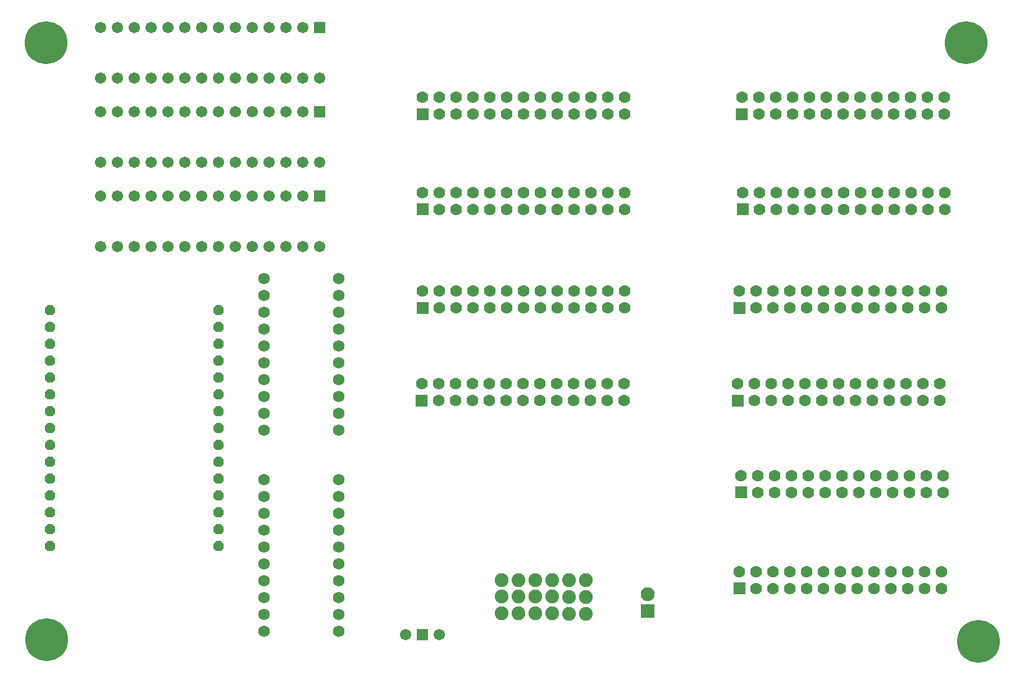
<source format=gbs>
G04 Layer: BottomSolderMaskLayer*
G04 EasyEDA v6.3.22, 2020-03-25T13:14:10--4:00*
G04 1574771aa074462d83633fc8b9922ba8,dfa15b47affc40b8846523cd8aea0214,10*
G04 Gerber Generator version 0.2*
G04 Scale: 100 percent, Rotated: No, Reflected: No *
G04 Dimensions in inches *
G04 leading zeros omitted , absolute positions ,2 integer and 4 decimal *
%FSLAX24Y24*%
%MOIN*%
G90*
G70D02*

%ADD29C,0.068000*%
%ADD30C,0.067000*%
%ADD32C,0.067055*%
%ADD34C,0.070000*%
%ADD36C,0.254063*%
%ADD37R,0.082803X0.082803*%
%ADD38C,0.082803*%
%ADD39C,0.082000*%

%LPD*%
G54D29*
G01X14950Y11550D03*
G01X14950Y10550D03*
G01X14950Y9550D03*
G01X14950Y8550D03*
G01X14950Y7550D03*
G01X14950Y6550D03*
G01X14950Y5550D03*
G01X14950Y4550D03*
G01X14950Y3550D03*
G01X14950Y2550D03*
G01X19375Y11550D03*
G01X19375Y10550D03*
G01X19375Y9550D03*
G01X19375Y8550D03*
G01X19375Y7550D03*
G01X19375Y6550D03*
G01X19375Y5550D03*
G01X19375Y4550D03*
G01X19375Y3550D03*
G01X19375Y2550D03*
G01X14950Y23500D03*
G01X14950Y22500D03*
G01X14950Y21500D03*
G01X14950Y20500D03*
G01X14950Y19500D03*
G01X14950Y18500D03*
G01X14950Y17500D03*
G01X14950Y16500D03*
G01X14950Y15500D03*
G01X14950Y14500D03*
G01X19375Y23500D03*
G01X19375Y22500D03*
G01X19375Y21500D03*
G01X19375Y20500D03*
G01X19375Y19500D03*
G01X19375Y18500D03*
G01X19375Y17500D03*
G01X19375Y16500D03*
G01X19375Y15500D03*
G01X19375Y14500D03*
G54D30*
G01X23350Y2350D03*
G36*
G01X24014Y2015D02*
G01X24014Y2684D01*
G01X24685Y2684D01*
G01X24685Y2015D01*
G01X24014Y2015D01*
G37*
G01X25350Y2350D03*
G36*
G01X2132Y21307D02*
G01X1957Y21482D01*
G01X1957Y21730D01*
G01X2132Y21905D01*
G01X2378Y21905D01*
G01X2553Y21730D01*
G01X2553Y21482D01*
G01X2378Y21307D01*
G01X2132Y21307D01*
G37*
G36*
G01X2132Y20307D02*
G01X1957Y20482D01*
G01X1957Y20730D01*
G01X2132Y20905D01*
G01X2378Y20905D01*
G01X2553Y20730D01*
G01X2553Y20482D01*
G01X2378Y20307D01*
G01X2132Y20307D01*
G37*
G36*
G01X2132Y19307D02*
G01X1957Y19482D01*
G01X1957Y19730D01*
G01X2132Y19905D01*
G01X2378Y19905D01*
G01X2553Y19730D01*
G01X2553Y19482D01*
G01X2378Y19307D01*
G01X2132Y19307D01*
G37*
G36*
G01X2132Y18307D02*
G01X1957Y18482D01*
G01X1957Y18730D01*
G01X2132Y18905D01*
G01X2378Y18905D01*
G01X2553Y18730D01*
G01X2553Y18482D01*
G01X2378Y18307D01*
G01X2132Y18307D01*
G37*
G36*
G01X2132Y17307D02*
G01X1957Y17482D01*
G01X1957Y17730D01*
G01X2132Y17905D01*
G01X2378Y17905D01*
G01X2553Y17730D01*
G01X2553Y17482D01*
G01X2378Y17307D01*
G01X2132Y17307D01*
G37*
G36*
G01X2132Y16307D02*
G01X1957Y16482D01*
G01X1957Y16730D01*
G01X2132Y16905D01*
G01X2378Y16905D01*
G01X2553Y16730D01*
G01X2553Y16482D01*
G01X2378Y16307D01*
G01X2132Y16307D01*
G37*
G36*
G01X2132Y15307D02*
G01X1957Y15482D01*
G01X1957Y15730D01*
G01X2132Y15905D01*
G01X2378Y15905D01*
G01X2553Y15730D01*
G01X2553Y15482D01*
G01X2378Y15307D01*
G01X2132Y15307D01*
G37*
G36*
G01X2132Y14307D02*
G01X1957Y14482D01*
G01X1957Y14730D01*
G01X2132Y14905D01*
G01X2378Y14905D01*
G01X2553Y14730D01*
G01X2553Y14482D01*
G01X2378Y14307D01*
G01X2132Y14307D01*
G37*
G36*
G01X2132Y13307D02*
G01X1957Y13482D01*
G01X1957Y13730D01*
G01X2132Y13905D01*
G01X2378Y13905D01*
G01X2553Y13730D01*
G01X2553Y13482D01*
G01X2378Y13307D01*
G01X2132Y13307D01*
G37*
G36*
G01X2132Y12307D02*
G01X1957Y12482D01*
G01X1957Y12730D01*
G01X2132Y12905D01*
G01X2378Y12905D01*
G01X2553Y12730D01*
G01X2553Y12482D01*
G01X2378Y12307D01*
G01X2132Y12307D01*
G37*
G36*
G01X2132Y11307D02*
G01X1957Y11482D01*
G01X1957Y11730D01*
G01X2132Y11905D01*
G01X2378Y11905D01*
G01X2553Y11730D01*
G01X2553Y11482D01*
G01X2378Y11307D01*
G01X2132Y11307D01*
G37*
G36*
G01X2132Y10307D02*
G01X1957Y10482D01*
G01X1957Y10730D01*
G01X2132Y10905D01*
G01X2378Y10905D01*
G01X2553Y10730D01*
G01X2553Y10482D01*
G01X2378Y10307D01*
G01X2132Y10307D01*
G37*
G36*
G01X2132Y9307D02*
G01X1957Y9482D01*
G01X1957Y9730D01*
G01X2132Y9905D01*
G01X2378Y9905D01*
G01X2553Y9730D01*
G01X2553Y9482D01*
G01X2378Y9307D01*
G01X2132Y9307D01*
G37*
G36*
G01X2132Y8307D02*
G01X1957Y8482D01*
G01X1957Y8730D01*
G01X2132Y8905D01*
G01X2378Y8905D01*
G01X2553Y8730D01*
G01X2553Y8482D01*
G01X2378Y8307D01*
G01X2132Y8307D01*
G37*
G36*
G01X2132Y7307D02*
G01X1957Y7482D01*
G01X1957Y7730D01*
G01X2132Y7905D01*
G01X2378Y7905D01*
G01X2553Y7730D01*
G01X2553Y7482D01*
G01X2378Y7307D01*
G01X2132Y7307D01*
G37*
G36*
G01X12131Y21307D02*
G01X11956Y21482D01*
G01X11956Y21730D01*
G01X12131Y21905D01*
G01X12378Y21905D01*
G01X12553Y21730D01*
G01X12553Y21482D01*
G01X12378Y21307D01*
G01X12131Y21307D01*
G37*
G36*
G01X12131Y20307D02*
G01X11956Y20482D01*
G01X11956Y20730D01*
G01X12131Y20905D01*
G01X12378Y20905D01*
G01X12553Y20730D01*
G01X12553Y20482D01*
G01X12378Y20307D01*
G01X12131Y20307D01*
G37*
G36*
G01X12131Y19307D02*
G01X11956Y19482D01*
G01X11956Y19730D01*
G01X12131Y19905D01*
G01X12378Y19905D01*
G01X12553Y19730D01*
G01X12553Y19482D01*
G01X12378Y19307D01*
G01X12131Y19307D01*
G37*
G36*
G01X12131Y18307D02*
G01X11956Y18482D01*
G01X11956Y18730D01*
G01X12131Y18905D01*
G01X12378Y18905D01*
G01X12553Y18730D01*
G01X12553Y18482D01*
G01X12378Y18307D01*
G01X12131Y18307D01*
G37*
G36*
G01X12131Y17307D02*
G01X11956Y17482D01*
G01X11956Y17730D01*
G01X12131Y17905D01*
G01X12378Y17905D01*
G01X12553Y17730D01*
G01X12553Y17482D01*
G01X12378Y17307D01*
G01X12131Y17307D01*
G37*
G36*
G01X12131Y16307D02*
G01X11956Y16482D01*
G01X11956Y16730D01*
G01X12131Y16905D01*
G01X12378Y16905D01*
G01X12553Y16730D01*
G01X12553Y16482D01*
G01X12378Y16307D01*
G01X12131Y16307D01*
G37*
G36*
G01X12131Y15307D02*
G01X11956Y15482D01*
G01X11956Y15730D01*
G01X12131Y15905D01*
G01X12378Y15905D01*
G01X12553Y15730D01*
G01X12553Y15482D01*
G01X12378Y15307D01*
G01X12131Y15307D01*
G37*
G36*
G01X12131Y14307D02*
G01X11956Y14482D01*
G01X11956Y14730D01*
G01X12131Y14905D01*
G01X12378Y14905D01*
G01X12553Y14730D01*
G01X12553Y14482D01*
G01X12378Y14307D01*
G01X12131Y14307D01*
G37*
G36*
G01X12131Y13307D02*
G01X11956Y13482D01*
G01X11956Y13730D01*
G01X12131Y13905D01*
G01X12378Y13905D01*
G01X12553Y13730D01*
G01X12553Y13482D01*
G01X12378Y13307D01*
G01X12131Y13307D01*
G37*
G36*
G01X12131Y12307D02*
G01X11956Y12482D01*
G01X11956Y12730D01*
G01X12131Y12905D01*
G01X12378Y12905D01*
G01X12553Y12730D01*
G01X12553Y12482D01*
G01X12378Y12307D01*
G01X12131Y12307D01*
G37*
G36*
G01X12131Y11307D02*
G01X11956Y11482D01*
G01X11956Y11730D01*
G01X12131Y11905D01*
G01X12378Y11905D01*
G01X12553Y11730D01*
G01X12553Y11482D01*
G01X12378Y11307D01*
G01X12131Y11307D01*
G37*
G36*
G01X12131Y10307D02*
G01X11956Y10482D01*
G01X11956Y10730D01*
G01X12131Y10905D01*
G01X12378Y10905D01*
G01X12553Y10730D01*
G01X12553Y10482D01*
G01X12378Y10307D01*
G01X12131Y10307D01*
G37*
G36*
G01X12131Y9307D02*
G01X11956Y9482D01*
G01X11956Y9730D01*
G01X12131Y9905D01*
G01X12378Y9905D01*
G01X12553Y9730D01*
G01X12553Y9482D01*
G01X12378Y9307D01*
G01X12131Y9307D01*
G37*
G36*
G01X12131Y8307D02*
G01X11956Y8482D01*
G01X11956Y8730D01*
G01X12131Y8905D01*
G01X12378Y8905D01*
G01X12553Y8730D01*
G01X12553Y8482D01*
G01X12378Y8307D01*
G01X12131Y8307D01*
G37*
G36*
G01X12131Y7307D02*
G01X11956Y7482D01*
G01X11956Y7730D01*
G01X12131Y7905D01*
G01X12378Y7905D01*
G01X12553Y7730D01*
G01X12553Y7482D01*
G01X12378Y7307D01*
G01X12131Y7307D01*
G37*
G54D32*
G01X5250Y30400D03*
G01X6250Y30400D03*
G01X7250Y30400D03*
G01X8250Y30400D03*
G01X9250Y30400D03*
G01X10250Y30400D03*
G01X11250Y30400D03*
G01X12250Y30400D03*
G01X13250Y30400D03*
G01X14250Y30400D03*
G01X15250Y30400D03*
G01X16250Y30400D03*
G01X17250Y30400D03*
G01X18250Y30400D03*
G01X5250Y33400D03*
G01X6250Y33400D03*
G01X7250Y33400D03*
G01X8250Y33400D03*
G01X9250Y33400D03*
G01X10250Y33400D03*
G01X11250Y33400D03*
G01X12250Y33400D03*
G01X13250Y33400D03*
G01X14250Y33400D03*
G01X15250Y33400D03*
G01X16250Y33400D03*
G01X17250Y33400D03*
G36*
G01X17914Y33065D02*
G01X17914Y33734D01*
G01X18585Y33734D01*
G01X18585Y33065D01*
G01X17914Y33065D01*
G37*
G01X5250Y25400D03*
G01X6250Y25400D03*
G01X7250Y25400D03*
G01X8250Y25400D03*
G01X9250Y25400D03*
G01X10250Y25400D03*
G01X11250Y25400D03*
G01X12250Y25400D03*
G01X13250Y25400D03*
G01X14250Y25400D03*
G01X15250Y25400D03*
G01X16250Y25400D03*
G01X17250Y25400D03*
G01X18250Y25400D03*
G01X5250Y28400D03*
G01X6250Y28400D03*
G01X7250Y28400D03*
G01X8250Y28400D03*
G01X9250Y28400D03*
G01X10250Y28400D03*
G01X11250Y28400D03*
G01X12250Y28400D03*
G01X13250Y28400D03*
G01X14250Y28400D03*
G01X15250Y28400D03*
G01X16250Y28400D03*
G01X17250Y28400D03*
G36*
G01X17914Y28065D02*
G01X17914Y28734D01*
G01X18585Y28734D01*
G01X18585Y28065D01*
G01X17914Y28065D01*
G37*
G01X5250Y35400D03*
G01X6250Y35400D03*
G01X7250Y35400D03*
G01X8250Y35400D03*
G01X9250Y35400D03*
G01X10250Y35400D03*
G01X11250Y35400D03*
G01X12250Y35400D03*
G01X13250Y35400D03*
G01X14250Y35400D03*
G01X15250Y35400D03*
G01X16250Y35400D03*
G01X17250Y35400D03*
G01X18250Y35400D03*
G01X5250Y38400D03*
G01X6250Y38400D03*
G01X7250Y38400D03*
G01X8250Y38400D03*
G01X9250Y38400D03*
G01X10250Y38400D03*
G01X11250Y38400D03*
G01X12250Y38400D03*
G01X13250Y38400D03*
G01X14250Y38400D03*
G01X15250Y38400D03*
G01X16250Y38400D03*
G01X17250Y38400D03*
G36*
G01X17914Y38065D02*
G01X17914Y38734D01*
G01X18585Y38734D01*
G01X18585Y38065D01*
G01X17914Y38065D01*
G37*
G54D34*
G01X55300Y34250D03*
G01X55300Y33250D03*
G01X54300Y34250D03*
G01X54300Y33250D03*
G01X53300Y34250D03*
G01X53300Y33250D03*
G01X52300Y34250D03*
G01X52300Y33250D03*
G01X51300Y34250D03*
G01X51300Y33250D03*
G01X50300Y34250D03*
G01X50300Y33250D03*
G01X49300Y34250D03*
G01X49300Y33250D03*
G01X48300Y34250D03*
G01X48300Y33250D03*
G01X47300Y34250D03*
G01X47300Y33250D03*
G01X46300Y34250D03*
G01X46300Y33250D03*
G01X45300Y34250D03*
G01X45300Y33250D03*
G01X44300Y34250D03*
G01X44300Y33250D03*
G01X43300Y34250D03*
G36*
G01X42950Y32900D02*
G01X42950Y33600D01*
G01X43650Y33600D01*
G01X43650Y32900D01*
G01X42950Y32900D01*
G37*
G01X55350Y28600D03*
G01X55350Y27600D03*
G01X54350Y28600D03*
G01X54350Y27600D03*
G01X53350Y28600D03*
G01X53350Y27600D03*
G01X52350Y28600D03*
G01X52350Y27600D03*
G01X51350Y28600D03*
G01X51350Y27600D03*
G01X50350Y28600D03*
G01X50350Y27600D03*
G01X49350Y28600D03*
G01X49350Y27600D03*
G01X48350Y28600D03*
G01X48350Y27600D03*
G01X47350Y28600D03*
G01X47350Y27600D03*
G01X46350Y28600D03*
G01X46350Y27600D03*
G01X45350Y28600D03*
G01X45350Y27600D03*
G01X44350Y28600D03*
G01X44350Y27600D03*
G01X43350Y28600D03*
G36*
G01X43000Y27250D02*
G01X43000Y27950D01*
G01X43700Y27950D01*
G01X43700Y27250D01*
G01X43000Y27250D01*
G37*
G01X55150Y22750D03*
G01X55150Y21750D03*
G01X54150Y22750D03*
G01X54150Y21750D03*
G01X53150Y22750D03*
G01X53150Y21750D03*
G01X52150Y22750D03*
G01X52150Y21750D03*
G01X51150Y22750D03*
G01X51150Y21750D03*
G01X50150Y22750D03*
G01X50150Y21750D03*
G01X49150Y22750D03*
G01X49150Y21750D03*
G01X48150Y22750D03*
G01X48150Y21750D03*
G01X47150Y22750D03*
G01X47150Y21750D03*
G01X46150Y22750D03*
G01X46150Y21750D03*
G01X45150Y22750D03*
G01X45150Y21750D03*
G01X44150Y22750D03*
G01X44150Y21750D03*
G01X43150Y22750D03*
G36*
G01X42800Y21400D02*
G01X42800Y22100D01*
G01X43500Y22100D01*
G01X43500Y21400D01*
G01X42800Y21400D01*
G37*
G01X55050Y17250D03*
G01X55050Y16250D03*
G01X54050Y17250D03*
G01X54050Y16250D03*
G01X53050Y17250D03*
G01X53050Y16250D03*
G01X52050Y17250D03*
G01X52050Y16250D03*
G01X51050Y17250D03*
G01X51050Y16250D03*
G01X50050Y17250D03*
G01X50050Y16250D03*
G01X49050Y17250D03*
G01X49050Y16250D03*
G01X48050Y17250D03*
G01X48050Y16250D03*
G01X47050Y17250D03*
G01X47050Y16250D03*
G01X46050Y17250D03*
G01X46050Y16250D03*
G01X45050Y17250D03*
G01X45050Y16250D03*
G01X44050Y17250D03*
G01X44050Y16250D03*
G01X43050Y17250D03*
G36*
G01X42700Y15900D02*
G01X42700Y16600D01*
G01X43400Y16600D01*
G01X43400Y15900D01*
G01X42700Y15900D01*
G37*
G01X55250Y11800D03*
G01X55250Y10800D03*
G01X54250Y11800D03*
G01X54250Y10800D03*
G01X53250Y11800D03*
G01X53250Y10800D03*
G01X52250Y11800D03*
G01X52250Y10800D03*
G01X51250Y11800D03*
G01X51250Y10800D03*
G01X50250Y11800D03*
G01X50250Y10800D03*
G01X49250Y11800D03*
G01X49250Y10800D03*
G01X48250Y11800D03*
G01X48250Y10800D03*
G01X47250Y11800D03*
G01X47250Y10800D03*
G01X46250Y11800D03*
G01X46250Y10800D03*
G01X45250Y11800D03*
G01X45250Y10800D03*
G01X44250Y11800D03*
G01X44250Y10800D03*
G01X43250Y11800D03*
G36*
G01X42900Y10450D02*
G01X42900Y11150D01*
G01X43600Y11150D01*
G01X43600Y10450D01*
G01X42900Y10450D01*
G37*
G01X55150Y6100D03*
G01X55150Y5100D03*
G01X54150Y6100D03*
G01X54150Y5100D03*
G01X53150Y6100D03*
G01X53150Y5100D03*
G01X52150Y6100D03*
G01X52150Y5100D03*
G01X51150Y6100D03*
G01X51150Y5100D03*
G01X50150Y6100D03*
G01X50150Y5100D03*
G01X49150Y6100D03*
G01X49150Y5100D03*
G01X48150Y6100D03*
G01X48150Y5100D03*
G01X47150Y6100D03*
G01X47150Y5100D03*
G01X46150Y6100D03*
G01X46150Y5100D03*
G01X45150Y6100D03*
G01X45150Y5100D03*
G01X44150Y6100D03*
G01X44150Y5100D03*
G01X43150Y6100D03*
G36*
G01X42800Y4750D02*
G01X42800Y5450D01*
G01X43500Y5450D01*
G01X43500Y4750D01*
G01X42800Y4750D01*
G37*
G01X36350Y34250D03*
G01X36350Y33250D03*
G01X35350Y34250D03*
G01X35350Y33250D03*
G01X34350Y34250D03*
G01X34350Y33250D03*
G01X33350Y34250D03*
G01X33350Y33250D03*
G01X32350Y34250D03*
G01X32350Y33250D03*
G01X31350Y34250D03*
G01X31350Y33250D03*
G01X30350Y34250D03*
G01X30350Y33250D03*
G01X29350Y34250D03*
G01X29350Y33250D03*
G01X28350Y34250D03*
G01X28350Y33250D03*
G01X27350Y34250D03*
G01X27350Y33250D03*
G01X26350Y34250D03*
G01X26350Y33250D03*
G01X25350Y34250D03*
G01X25350Y33250D03*
G01X24350Y34250D03*
G36*
G01X24000Y32900D02*
G01X24000Y33600D01*
G01X24700Y33600D01*
G01X24700Y32900D01*
G01X24000Y32900D01*
G37*
G01X36300Y17250D03*
G01X36300Y16250D03*
G01X35300Y17250D03*
G01X35300Y16250D03*
G01X34300Y17250D03*
G01X34300Y16250D03*
G01X33300Y17250D03*
G01X33300Y16250D03*
G01X32300Y17250D03*
G01X32300Y16250D03*
G01X31300Y17250D03*
G01X31300Y16250D03*
G01X30300Y17250D03*
G01X30300Y16250D03*
G01X29300Y17250D03*
G01X29300Y16250D03*
G01X28300Y17250D03*
G01X28300Y16250D03*
G01X27300Y17250D03*
G01X27300Y16250D03*
G01X26300Y17250D03*
G01X26300Y16250D03*
G01X25300Y17250D03*
G01X25300Y16250D03*
G01X24300Y17250D03*
G36*
G01X23950Y15900D02*
G01X23950Y16600D01*
G01X24650Y16600D01*
G01X24650Y15900D01*
G01X23950Y15900D01*
G37*
G54D36*
G01X2000Y37500D03*
G01X2050Y2050D03*
G01X57350Y1950D03*
G01X56600Y37500D03*
G54D34*
G01X36350Y22750D03*
G01X36350Y21750D03*
G01X35350Y22750D03*
G01X35350Y21750D03*
G01X34350Y22750D03*
G01X34350Y21750D03*
G01X33350Y22750D03*
G01X33350Y21750D03*
G01X32350Y22750D03*
G01X32350Y21750D03*
G01X31350Y22750D03*
G01X31350Y21750D03*
G01X30350Y22750D03*
G01X30350Y21750D03*
G01X29350Y22750D03*
G01X29350Y21750D03*
G01X28350Y22750D03*
G01X28350Y21750D03*
G01X27350Y22750D03*
G01X27350Y21750D03*
G01X26350Y22750D03*
G01X26350Y21750D03*
G01X25350Y22750D03*
G01X25350Y21750D03*
G01X24350Y22750D03*
G36*
G01X24000Y21400D02*
G01X24000Y22100D01*
G01X24700Y22100D01*
G01X24700Y21400D01*
G01X24000Y21400D01*
G37*
G01X36350Y28600D03*
G01X36350Y27600D03*
G01X35350Y28600D03*
G01X35350Y27600D03*
G01X34350Y28600D03*
G01X34350Y27600D03*
G01X33350Y28600D03*
G01X33350Y27600D03*
G01X32350Y28600D03*
G01X32350Y27600D03*
G01X31350Y28600D03*
G01X31350Y27600D03*
G01X30350Y28600D03*
G01X30350Y27600D03*
G01X29350Y28600D03*
G01X29350Y27600D03*
G01X28350Y28600D03*
G01X28350Y27600D03*
G01X27350Y28600D03*
G01X27350Y27600D03*
G01X26350Y28600D03*
G01X26350Y27600D03*
G01X25350Y28600D03*
G01X25350Y27600D03*
G01X24350Y28600D03*
G36*
G01X24000Y27250D02*
G01X24000Y27950D01*
G01X24700Y27950D01*
G01X24700Y27250D01*
G01X24000Y27250D01*
G37*
G54D37*
G01X37700Y3750D03*
G54D38*
G01X37700Y4750D03*
G54D39*
G01X29059Y5601D03*
G01X30059Y5601D03*
G01X31059Y5601D03*
G01X32059Y5601D03*
G01X33040Y5594D03*
G01X34040Y5594D03*
G01X29062Y4606D03*
G01X30062Y4606D03*
G01X31062Y4606D03*
G01X32062Y4606D03*
G01X33042Y4599D03*
G01X34042Y4599D03*
G01X29057Y3605D03*
G01X30057Y3605D03*
G01X31057Y3605D03*
G01X32057Y3605D03*
G01X33038Y3598D03*
G01X34038Y3598D03*
M00*
M02*

</source>
